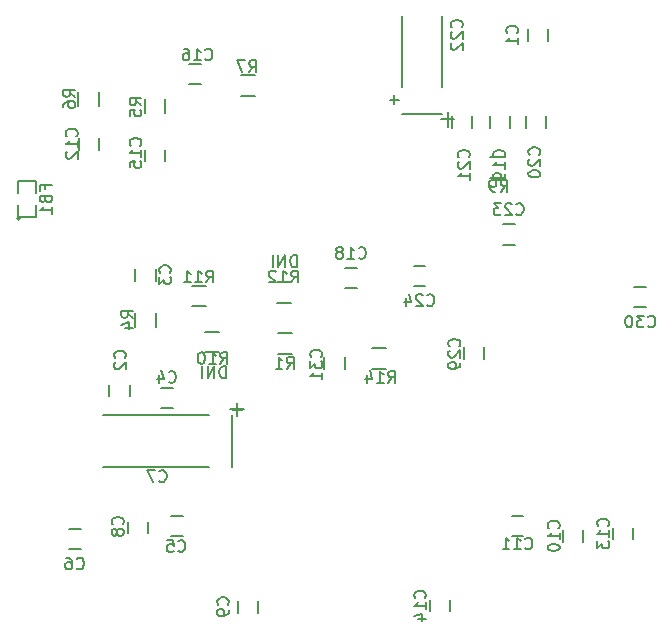
<source format=gbo>
%FSLAX46Y46*%
G04 Gerber Fmt 4.6, Leading zero omitted, Abs format (unit mm)*
G04 Created by KiCad (PCBNEW (2014-10-27 BZR 5228)-product) date 22/03/2015 08:24:04*
%MOMM*%
G01*
G04 APERTURE LIST*
%ADD10C,0.100000*%
%ADD11C,0.150000*%
G04 APERTURE END LIST*
D10*
D11*
X143750000Y-72000000D02*
X143750000Y-71000000D01*
X145450000Y-71000000D02*
X145450000Y-72000000D01*
X147650000Y-61200000D02*
X147650000Y-62200000D01*
X145950000Y-62200000D02*
X145950000Y-61200000D01*
X148100000Y-71250000D02*
X149100000Y-71250000D01*
X149100000Y-72950000D02*
X148100000Y-72950000D01*
X149000000Y-82150000D02*
X150000000Y-82150000D01*
X150000000Y-83850000D02*
X149000000Y-83850000D01*
X141300000Y-84950000D02*
X140300000Y-84950000D01*
X140300000Y-83250000D02*
X141300000Y-83250000D01*
X145350000Y-83600000D02*
X145350000Y-82600000D01*
X147050000Y-82600000D02*
X147050000Y-83600000D01*
X154650000Y-90300000D02*
X154650000Y-89300000D01*
X156350000Y-89300000D02*
X156350000Y-90300000D01*
X182150000Y-84300000D02*
X182150000Y-83300000D01*
X183850000Y-83300000D02*
X183850000Y-84300000D01*
X178800000Y-83850000D02*
X177800000Y-83850000D01*
X177800000Y-82150000D02*
X178800000Y-82150000D01*
X142850000Y-50100000D02*
X142850000Y-51100000D01*
X141150000Y-51100000D02*
X141150000Y-50100000D01*
X186350000Y-84100000D02*
X186350000Y-83100000D01*
X188050000Y-83100000D02*
X188050000Y-84100000D01*
X146750000Y-52100000D02*
X146750000Y-51100000D01*
X148450000Y-51100000D02*
X148450000Y-52100000D01*
X150500000Y-43850000D02*
X151500000Y-43850000D01*
X151500000Y-45550000D02*
X150500000Y-45550000D01*
X163700000Y-61150000D02*
X164700000Y-61150000D01*
X164700000Y-62850000D02*
X163700000Y-62850000D01*
X177650000Y-48300000D02*
X177650000Y-49300000D01*
X175950000Y-49300000D02*
X175950000Y-48300000D01*
X180750000Y-48300000D02*
X180750000Y-49300000D01*
X179050000Y-49300000D02*
X179050000Y-48300000D01*
X174450000Y-48300000D02*
X174450000Y-49300000D01*
X172750000Y-49300000D02*
X172750000Y-48300000D01*
X177046000Y-57443000D02*
X178046000Y-57443000D01*
X178046000Y-59143000D02*
X177046000Y-59143000D01*
X170500000Y-62650000D02*
X169500000Y-62650000D01*
X169500000Y-60950000D02*
X170500000Y-60950000D01*
X175450000Y-67800000D02*
X175450000Y-68800000D01*
X173750000Y-68800000D02*
X173750000Y-67800000D01*
X170850000Y-90200000D02*
X170850000Y-89200000D01*
X172550000Y-89200000D02*
X172550000Y-90200000D01*
X136165000Y-56951000D02*
G75*
G03X136165000Y-56951000I-127000J0D01*
G01*
X136038000Y-55808000D02*
X136038000Y-56824000D01*
X136038000Y-56824000D02*
X137562000Y-56824000D01*
X137562000Y-56824000D02*
X137562000Y-55808000D01*
X137562000Y-54792000D02*
X137562000Y-53776000D01*
X137562000Y-53776000D02*
X136038000Y-53776000D01*
X136038000Y-53776000D02*
X136038000Y-54792000D01*
X147675000Y-66100000D02*
X147675000Y-64900000D01*
X145925000Y-64900000D02*
X145925000Y-66100000D01*
X148475000Y-48000000D02*
X148475000Y-46800000D01*
X146725000Y-46800000D02*
X146725000Y-48000000D01*
X142875000Y-47400000D02*
X142875000Y-46200000D01*
X141125000Y-46200000D02*
X141125000Y-47400000D01*
X154900000Y-46575000D02*
X156100000Y-46575000D01*
X156100000Y-44825000D02*
X154900000Y-44825000D01*
X151800000Y-68275000D02*
X153000000Y-68275000D01*
X153000000Y-66525000D02*
X151800000Y-66525000D01*
X150700000Y-64375000D02*
X151900000Y-64375000D01*
X151900000Y-62625000D02*
X150700000Y-62625000D01*
X157900000Y-64075000D02*
X159100000Y-64075000D01*
X159100000Y-62325000D02*
X157900000Y-62325000D01*
X189200000Y-64450000D02*
X188200000Y-64450000D01*
X188200000Y-62750000D02*
X189200000Y-62750000D01*
X163650000Y-68700000D02*
X163650000Y-69700000D01*
X161950000Y-69700000D02*
X161950000Y-68700000D01*
X159200000Y-66625000D02*
X158000000Y-66625000D01*
X158000000Y-68375000D02*
X159200000Y-68375000D01*
X154103340Y-73600360D02*
X154103340Y-77999640D01*
X152200880Y-77999640D02*
X143199120Y-77999640D01*
X143199120Y-73600360D02*
X152200880Y-73600360D01*
X154558000Y-72597060D02*
X154558000Y-73696880D01*
X155157440Y-73097440D02*
X153958560Y-73097440D01*
X171899260Y-48050180D02*
X168500740Y-48050180D01*
X168500740Y-39800260D02*
X168500740Y-45799740D01*
X171899260Y-39800260D02*
X171899260Y-45799740D01*
X172902560Y-48553100D02*
X171802740Y-48553100D01*
X172402180Y-49152540D02*
X172402180Y-47953660D01*
X176000000Y-53475000D02*
X177200000Y-53475000D01*
X177200000Y-51725000D02*
X176000000Y-51725000D01*
X179150000Y-41900000D02*
X179150000Y-40900000D01*
X180850000Y-40900000D02*
X180850000Y-41900000D01*
X167200000Y-67925000D02*
X166000000Y-67925000D01*
X166000000Y-69675000D02*
X167200000Y-69675000D01*
X145057143Y-68733334D02*
X145104762Y-68685715D01*
X145152381Y-68542858D01*
X145152381Y-68447620D01*
X145104762Y-68304762D01*
X145009524Y-68209524D01*
X144914286Y-68161905D01*
X144723810Y-68114286D01*
X144580952Y-68114286D01*
X144390476Y-68161905D01*
X144295238Y-68209524D01*
X144200000Y-68304762D01*
X144152381Y-68447620D01*
X144152381Y-68542858D01*
X144200000Y-68685715D01*
X144247619Y-68733334D01*
X144247619Y-69114286D02*
X144200000Y-69161905D01*
X144152381Y-69257143D01*
X144152381Y-69495239D01*
X144200000Y-69590477D01*
X144247619Y-69638096D01*
X144342857Y-69685715D01*
X144438095Y-69685715D01*
X144580952Y-69638096D01*
X145152381Y-69066667D01*
X145152381Y-69685715D01*
X148857143Y-61533334D02*
X148904762Y-61485715D01*
X148952381Y-61342858D01*
X148952381Y-61247620D01*
X148904762Y-61104762D01*
X148809524Y-61009524D01*
X148714286Y-60961905D01*
X148523810Y-60914286D01*
X148380952Y-60914286D01*
X148190476Y-60961905D01*
X148095238Y-61009524D01*
X148000000Y-61104762D01*
X147952381Y-61247620D01*
X147952381Y-61342858D01*
X148000000Y-61485715D01*
X148047619Y-61533334D01*
X147952381Y-61866667D02*
X147952381Y-62485715D01*
X148333333Y-62152381D01*
X148333333Y-62295239D01*
X148380952Y-62390477D01*
X148428571Y-62438096D01*
X148523810Y-62485715D01*
X148761905Y-62485715D01*
X148857143Y-62438096D01*
X148904762Y-62390477D01*
X148952381Y-62295239D01*
X148952381Y-62009524D01*
X148904762Y-61914286D01*
X148857143Y-61866667D01*
X148766666Y-70757143D02*
X148814285Y-70804762D01*
X148957142Y-70852381D01*
X149052380Y-70852381D01*
X149195238Y-70804762D01*
X149290476Y-70709524D01*
X149338095Y-70614286D01*
X149385714Y-70423810D01*
X149385714Y-70280952D01*
X149338095Y-70090476D01*
X149290476Y-69995238D01*
X149195238Y-69900000D01*
X149052380Y-69852381D01*
X148957142Y-69852381D01*
X148814285Y-69900000D01*
X148766666Y-69947619D01*
X147909523Y-70185714D02*
X147909523Y-70852381D01*
X148147619Y-69804762D02*
X148385714Y-70519048D01*
X147766666Y-70519048D01*
X149566666Y-85057143D02*
X149614285Y-85104762D01*
X149757142Y-85152381D01*
X149852380Y-85152381D01*
X149995238Y-85104762D01*
X150090476Y-85009524D01*
X150138095Y-84914286D01*
X150185714Y-84723810D01*
X150185714Y-84580952D01*
X150138095Y-84390476D01*
X150090476Y-84295238D01*
X149995238Y-84200000D01*
X149852380Y-84152381D01*
X149757142Y-84152381D01*
X149614285Y-84200000D01*
X149566666Y-84247619D01*
X148661904Y-84152381D02*
X149138095Y-84152381D01*
X149185714Y-84628571D01*
X149138095Y-84580952D01*
X149042857Y-84533333D01*
X148804761Y-84533333D01*
X148709523Y-84580952D01*
X148661904Y-84628571D01*
X148614285Y-84723810D01*
X148614285Y-84961905D01*
X148661904Y-85057143D01*
X148709523Y-85104762D01*
X148804761Y-85152381D01*
X149042857Y-85152381D01*
X149138095Y-85104762D01*
X149185714Y-85057143D01*
X140966666Y-86557143D02*
X141014285Y-86604762D01*
X141157142Y-86652381D01*
X141252380Y-86652381D01*
X141395238Y-86604762D01*
X141490476Y-86509524D01*
X141538095Y-86414286D01*
X141585714Y-86223810D01*
X141585714Y-86080952D01*
X141538095Y-85890476D01*
X141490476Y-85795238D01*
X141395238Y-85700000D01*
X141252380Y-85652381D01*
X141157142Y-85652381D01*
X141014285Y-85700000D01*
X140966666Y-85747619D01*
X140109523Y-85652381D02*
X140300000Y-85652381D01*
X140395238Y-85700000D01*
X140442857Y-85747619D01*
X140538095Y-85890476D01*
X140585714Y-86080952D01*
X140585714Y-86461905D01*
X140538095Y-86557143D01*
X140490476Y-86604762D01*
X140395238Y-86652381D01*
X140204761Y-86652381D01*
X140109523Y-86604762D01*
X140061904Y-86557143D01*
X140014285Y-86461905D01*
X140014285Y-86223810D01*
X140061904Y-86128571D01*
X140109523Y-86080952D01*
X140204761Y-86033333D01*
X140395238Y-86033333D01*
X140490476Y-86080952D01*
X140538095Y-86128571D01*
X140585714Y-86223810D01*
X144857143Y-82833334D02*
X144904762Y-82785715D01*
X144952381Y-82642858D01*
X144952381Y-82547620D01*
X144904762Y-82404762D01*
X144809524Y-82309524D01*
X144714286Y-82261905D01*
X144523810Y-82214286D01*
X144380952Y-82214286D01*
X144190476Y-82261905D01*
X144095238Y-82309524D01*
X144000000Y-82404762D01*
X143952381Y-82547620D01*
X143952381Y-82642858D01*
X144000000Y-82785715D01*
X144047619Y-82833334D01*
X144380952Y-83404762D02*
X144333333Y-83309524D01*
X144285714Y-83261905D01*
X144190476Y-83214286D01*
X144142857Y-83214286D01*
X144047619Y-83261905D01*
X144000000Y-83309524D01*
X143952381Y-83404762D01*
X143952381Y-83595239D01*
X144000000Y-83690477D01*
X144047619Y-83738096D01*
X144142857Y-83785715D01*
X144190476Y-83785715D01*
X144285714Y-83738096D01*
X144333333Y-83690477D01*
X144380952Y-83595239D01*
X144380952Y-83404762D01*
X144428571Y-83309524D01*
X144476190Y-83261905D01*
X144571429Y-83214286D01*
X144761905Y-83214286D01*
X144857143Y-83261905D01*
X144904762Y-83309524D01*
X144952381Y-83404762D01*
X144952381Y-83595239D01*
X144904762Y-83690477D01*
X144857143Y-83738096D01*
X144761905Y-83785715D01*
X144571429Y-83785715D01*
X144476190Y-83738096D01*
X144428571Y-83690477D01*
X144380952Y-83595239D01*
X153757143Y-89633334D02*
X153804762Y-89585715D01*
X153852381Y-89442858D01*
X153852381Y-89347620D01*
X153804762Y-89204762D01*
X153709524Y-89109524D01*
X153614286Y-89061905D01*
X153423810Y-89014286D01*
X153280952Y-89014286D01*
X153090476Y-89061905D01*
X152995238Y-89109524D01*
X152900000Y-89204762D01*
X152852381Y-89347620D01*
X152852381Y-89442858D01*
X152900000Y-89585715D01*
X152947619Y-89633334D01*
X153852381Y-90109524D02*
X153852381Y-90300000D01*
X153804762Y-90395239D01*
X153757143Y-90442858D01*
X153614286Y-90538096D01*
X153423810Y-90585715D01*
X153042857Y-90585715D01*
X152947619Y-90538096D01*
X152900000Y-90490477D01*
X152852381Y-90395239D01*
X152852381Y-90204762D01*
X152900000Y-90109524D01*
X152947619Y-90061905D01*
X153042857Y-90014286D01*
X153280952Y-90014286D01*
X153376190Y-90061905D01*
X153423810Y-90109524D01*
X153471429Y-90204762D01*
X153471429Y-90395239D01*
X153423810Y-90490477D01*
X153376190Y-90538096D01*
X153280952Y-90585715D01*
X181757143Y-83157143D02*
X181804762Y-83109524D01*
X181852381Y-82966667D01*
X181852381Y-82871429D01*
X181804762Y-82728571D01*
X181709524Y-82633333D01*
X181614286Y-82585714D01*
X181423810Y-82538095D01*
X181280952Y-82538095D01*
X181090476Y-82585714D01*
X180995238Y-82633333D01*
X180900000Y-82728571D01*
X180852381Y-82871429D01*
X180852381Y-82966667D01*
X180900000Y-83109524D01*
X180947619Y-83157143D01*
X181852381Y-84109524D02*
X181852381Y-83538095D01*
X181852381Y-83823809D02*
X180852381Y-83823809D01*
X180995238Y-83728571D01*
X181090476Y-83633333D01*
X181138095Y-83538095D01*
X180852381Y-84728571D02*
X180852381Y-84823810D01*
X180900000Y-84919048D01*
X180947619Y-84966667D01*
X181042857Y-85014286D01*
X181233333Y-85061905D01*
X181471429Y-85061905D01*
X181661905Y-85014286D01*
X181757143Y-84966667D01*
X181804762Y-84919048D01*
X181852381Y-84823810D01*
X181852381Y-84728571D01*
X181804762Y-84633333D01*
X181757143Y-84585714D01*
X181661905Y-84538095D01*
X181471429Y-84490476D01*
X181233333Y-84490476D01*
X181042857Y-84538095D01*
X180947619Y-84585714D01*
X180900000Y-84633333D01*
X180852381Y-84728571D01*
X178942857Y-84857143D02*
X178990476Y-84904762D01*
X179133333Y-84952381D01*
X179228571Y-84952381D01*
X179371429Y-84904762D01*
X179466667Y-84809524D01*
X179514286Y-84714286D01*
X179561905Y-84523810D01*
X179561905Y-84380952D01*
X179514286Y-84190476D01*
X179466667Y-84095238D01*
X179371429Y-84000000D01*
X179228571Y-83952381D01*
X179133333Y-83952381D01*
X178990476Y-84000000D01*
X178942857Y-84047619D01*
X177990476Y-84952381D02*
X178561905Y-84952381D01*
X178276191Y-84952381D02*
X178276191Y-83952381D01*
X178371429Y-84095238D01*
X178466667Y-84190476D01*
X178561905Y-84238095D01*
X177038095Y-84952381D02*
X177609524Y-84952381D01*
X177323810Y-84952381D02*
X177323810Y-83952381D01*
X177419048Y-84095238D01*
X177514286Y-84190476D01*
X177609524Y-84238095D01*
X140957143Y-49957143D02*
X141004762Y-49909524D01*
X141052381Y-49766667D01*
X141052381Y-49671429D01*
X141004762Y-49528571D01*
X140909524Y-49433333D01*
X140814286Y-49385714D01*
X140623810Y-49338095D01*
X140480952Y-49338095D01*
X140290476Y-49385714D01*
X140195238Y-49433333D01*
X140100000Y-49528571D01*
X140052381Y-49671429D01*
X140052381Y-49766667D01*
X140100000Y-49909524D01*
X140147619Y-49957143D01*
X141052381Y-50909524D02*
X141052381Y-50338095D01*
X141052381Y-50623809D02*
X140052381Y-50623809D01*
X140195238Y-50528571D01*
X140290476Y-50433333D01*
X140338095Y-50338095D01*
X140147619Y-51290476D02*
X140100000Y-51338095D01*
X140052381Y-51433333D01*
X140052381Y-51671429D01*
X140100000Y-51766667D01*
X140147619Y-51814286D01*
X140242857Y-51861905D01*
X140338095Y-51861905D01*
X140480952Y-51814286D01*
X141052381Y-51242857D01*
X141052381Y-51861905D01*
X185957143Y-82957143D02*
X186004762Y-82909524D01*
X186052381Y-82766667D01*
X186052381Y-82671429D01*
X186004762Y-82528571D01*
X185909524Y-82433333D01*
X185814286Y-82385714D01*
X185623810Y-82338095D01*
X185480952Y-82338095D01*
X185290476Y-82385714D01*
X185195238Y-82433333D01*
X185100000Y-82528571D01*
X185052381Y-82671429D01*
X185052381Y-82766667D01*
X185100000Y-82909524D01*
X185147619Y-82957143D01*
X186052381Y-83909524D02*
X186052381Y-83338095D01*
X186052381Y-83623809D02*
X185052381Y-83623809D01*
X185195238Y-83528571D01*
X185290476Y-83433333D01*
X185338095Y-83338095D01*
X185052381Y-84242857D02*
X185052381Y-84861905D01*
X185433333Y-84528571D01*
X185433333Y-84671429D01*
X185480952Y-84766667D01*
X185528571Y-84814286D01*
X185623810Y-84861905D01*
X185861905Y-84861905D01*
X185957143Y-84814286D01*
X186004762Y-84766667D01*
X186052381Y-84671429D01*
X186052381Y-84385714D01*
X186004762Y-84290476D01*
X185957143Y-84242857D01*
X146357143Y-50757143D02*
X146404762Y-50709524D01*
X146452381Y-50566667D01*
X146452381Y-50471429D01*
X146404762Y-50328571D01*
X146309524Y-50233333D01*
X146214286Y-50185714D01*
X146023810Y-50138095D01*
X145880952Y-50138095D01*
X145690476Y-50185714D01*
X145595238Y-50233333D01*
X145500000Y-50328571D01*
X145452381Y-50471429D01*
X145452381Y-50566667D01*
X145500000Y-50709524D01*
X145547619Y-50757143D01*
X146452381Y-51709524D02*
X146452381Y-51138095D01*
X146452381Y-51423809D02*
X145452381Y-51423809D01*
X145595238Y-51328571D01*
X145690476Y-51233333D01*
X145738095Y-51138095D01*
X145452381Y-52614286D02*
X145452381Y-52138095D01*
X145928571Y-52090476D01*
X145880952Y-52138095D01*
X145833333Y-52233333D01*
X145833333Y-52471429D01*
X145880952Y-52566667D01*
X145928571Y-52614286D01*
X146023810Y-52661905D01*
X146261905Y-52661905D01*
X146357143Y-52614286D01*
X146404762Y-52566667D01*
X146452381Y-52471429D01*
X146452381Y-52233333D01*
X146404762Y-52138095D01*
X146357143Y-52090476D01*
X151842857Y-43457143D02*
X151890476Y-43504762D01*
X152033333Y-43552381D01*
X152128571Y-43552381D01*
X152271429Y-43504762D01*
X152366667Y-43409524D01*
X152414286Y-43314286D01*
X152461905Y-43123810D01*
X152461905Y-42980952D01*
X152414286Y-42790476D01*
X152366667Y-42695238D01*
X152271429Y-42600000D01*
X152128571Y-42552381D01*
X152033333Y-42552381D01*
X151890476Y-42600000D01*
X151842857Y-42647619D01*
X150890476Y-43552381D02*
X151461905Y-43552381D01*
X151176191Y-43552381D02*
X151176191Y-42552381D01*
X151271429Y-42695238D01*
X151366667Y-42790476D01*
X151461905Y-42838095D01*
X150033333Y-42552381D02*
X150223810Y-42552381D01*
X150319048Y-42600000D01*
X150366667Y-42647619D01*
X150461905Y-42790476D01*
X150509524Y-42980952D01*
X150509524Y-43361905D01*
X150461905Y-43457143D01*
X150414286Y-43504762D01*
X150319048Y-43552381D01*
X150128571Y-43552381D01*
X150033333Y-43504762D01*
X149985714Y-43457143D01*
X149938095Y-43361905D01*
X149938095Y-43123810D01*
X149985714Y-43028571D01*
X150033333Y-42980952D01*
X150128571Y-42933333D01*
X150319048Y-42933333D01*
X150414286Y-42980952D01*
X150461905Y-43028571D01*
X150509524Y-43123810D01*
X164842857Y-60257143D02*
X164890476Y-60304762D01*
X165033333Y-60352381D01*
X165128571Y-60352381D01*
X165271429Y-60304762D01*
X165366667Y-60209524D01*
X165414286Y-60114286D01*
X165461905Y-59923810D01*
X165461905Y-59780952D01*
X165414286Y-59590476D01*
X165366667Y-59495238D01*
X165271429Y-59400000D01*
X165128571Y-59352381D01*
X165033333Y-59352381D01*
X164890476Y-59400000D01*
X164842857Y-59447619D01*
X163890476Y-60352381D02*
X164461905Y-60352381D01*
X164176191Y-60352381D02*
X164176191Y-59352381D01*
X164271429Y-59495238D01*
X164366667Y-59590476D01*
X164461905Y-59638095D01*
X163319048Y-59780952D02*
X163414286Y-59733333D01*
X163461905Y-59685714D01*
X163509524Y-59590476D01*
X163509524Y-59542857D01*
X163461905Y-59447619D01*
X163414286Y-59400000D01*
X163319048Y-59352381D01*
X163128571Y-59352381D01*
X163033333Y-59400000D01*
X162985714Y-59447619D01*
X162938095Y-59542857D01*
X162938095Y-59590476D01*
X162985714Y-59685714D01*
X163033333Y-59733333D01*
X163128571Y-59780952D01*
X163319048Y-59780952D01*
X163414286Y-59828571D01*
X163461905Y-59876190D01*
X163509524Y-59971429D01*
X163509524Y-60161905D01*
X163461905Y-60257143D01*
X163414286Y-60304762D01*
X163319048Y-60352381D01*
X163128571Y-60352381D01*
X163033333Y-60304762D01*
X162985714Y-60257143D01*
X162938095Y-60161905D01*
X162938095Y-59971429D01*
X162985714Y-59876190D01*
X163033333Y-59828571D01*
X163128571Y-59780952D01*
X177157143Y-51757143D02*
X177204762Y-51709524D01*
X177252381Y-51566667D01*
X177252381Y-51471429D01*
X177204762Y-51328571D01*
X177109524Y-51233333D01*
X177014286Y-51185714D01*
X176823810Y-51138095D01*
X176680952Y-51138095D01*
X176490476Y-51185714D01*
X176395238Y-51233333D01*
X176300000Y-51328571D01*
X176252381Y-51471429D01*
X176252381Y-51566667D01*
X176300000Y-51709524D01*
X176347619Y-51757143D01*
X177252381Y-52709524D02*
X177252381Y-52138095D01*
X177252381Y-52423809D02*
X176252381Y-52423809D01*
X176395238Y-52328571D01*
X176490476Y-52233333D01*
X176538095Y-52138095D01*
X177252381Y-53185714D02*
X177252381Y-53376190D01*
X177204762Y-53471429D01*
X177157143Y-53519048D01*
X177014286Y-53614286D01*
X176823810Y-53661905D01*
X176442857Y-53661905D01*
X176347619Y-53614286D01*
X176300000Y-53566667D01*
X176252381Y-53471429D01*
X176252381Y-53280952D01*
X176300000Y-53185714D01*
X176347619Y-53138095D01*
X176442857Y-53090476D01*
X176680952Y-53090476D01*
X176776190Y-53138095D01*
X176823810Y-53185714D01*
X176871429Y-53280952D01*
X176871429Y-53471429D01*
X176823810Y-53566667D01*
X176776190Y-53614286D01*
X176680952Y-53661905D01*
X180130243Y-51535943D02*
X180177862Y-51488324D01*
X180225481Y-51345467D01*
X180225481Y-51250229D01*
X180177862Y-51107371D01*
X180082624Y-51012133D01*
X179987386Y-50964514D01*
X179796910Y-50916895D01*
X179654052Y-50916895D01*
X179463576Y-50964514D01*
X179368338Y-51012133D01*
X179273100Y-51107371D01*
X179225481Y-51250229D01*
X179225481Y-51345467D01*
X179273100Y-51488324D01*
X179320719Y-51535943D01*
X179320719Y-51916895D02*
X179273100Y-51964514D01*
X179225481Y-52059752D01*
X179225481Y-52297848D01*
X179273100Y-52393086D01*
X179320719Y-52440705D01*
X179415957Y-52488324D01*
X179511195Y-52488324D01*
X179654052Y-52440705D01*
X180225481Y-51869276D01*
X180225481Y-52488324D01*
X179225481Y-53107371D02*
X179225481Y-53202610D01*
X179273100Y-53297848D01*
X179320719Y-53345467D01*
X179415957Y-53393086D01*
X179606433Y-53440705D01*
X179844529Y-53440705D01*
X180035005Y-53393086D01*
X180130243Y-53345467D01*
X180177862Y-53297848D01*
X180225481Y-53202610D01*
X180225481Y-53107371D01*
X180177862Y-53012133D01*
X180130243Y-52964514D01*
X180035005Y-52916895D01*
X179844529Y-52869276D01*
X179606433Y-52869276D01*
X179415957Y-52916895D01*
X179320719Y-52964514D01*
X179273100Y-53012133D01*
X179225481Y-53107371D01*
X174157143Y-51757143D02*
X174204762Y-51709524D01*
X174252381Y-51566667D01*
X174252381Y-51471429D01*
X174204762Y-51328571D01*
X174109524Y-51233333D01*
X174014286Y-51185714D01*
X173823810Y-51138095D01*
X173680952Y-51138095D01*
X173490476Y-51185714D01*
X173395238Y-51233333D01*
X173300000Y-51328571D01*
X173252381Y-51471429D01*
X173252381Y-51566667D01*
X173300000Y-51709524D01*
X173347619Y-51757143D01*
X173347619Y-52138095D02*
X173300000Y-52185714D01*
X173252381Y-52280952D01*
X173252381Y-52519048D01*
X173300000Y-52614286D01*
X173347619Y-52661905D01*
X173442857Y-52709524D01*
X173538095Y-52709524D01*
X173680952Y-52661905D01*
X174252381Y-52090476D01*
X174252381Y-52709524D01*
X174252381Y-53661905D02*
X174252381Y-53090476D01*
X174252381Y-53376190D02*
X173252381Y-53376190D01*
X173395238Y-53280952D01*
X173490476Y-53185714D01*
X173538095Y-53090476D01*
X178188857Y-56550143D02*
X178236476Y-56597762D01*
X178379333Y-56645381D01*
X178474571Y-56645381D01*
X178617429Y-56597762D01*
X178712667Y-56502524D01*
X178760286Y-56407286D01*
X178807905Y-56216810D01*
X178807905Y-56073952D01*
X178760286Y-55883476D01*
X178712667Y-55788238D01*
X178617429Y-55693000D01*
X178474571Y-55645381D01*
X178379333Y-55645381D01*
X178236476Y-55693000D01*
X178188857Y-55740619D01*
X177807905Y-55740619D02*
X177760286Y-55693000D01*
X177665048Y-55645381D01*
X177426952Y-55645381D01*
X177331714Y-55693000D01*
X177284095Y-55740619D01*
X177236476Y-55835857D01*
X177236476Y-55931095D01*
X177284095Y-56073952D01*
X177855524Y-56645381D01*
X177236476Y-56645381D01*
X176903143Y-55645381D02*
X176284095Y-55645381D01*
X176617429Y-56026333D01*
X176474571Y-56026333D01*
X176379333Y-56073952D01*
X176331714Y-56121571D01*
X176284095Y-56216810D01*
X176284095Y-56454905D01*
X176331714Y-56550143D01*
X176379333Y-56597762D01*
X176474571Y-56645381D01*
X176760286Y-56645381D01*
X176855524Y-56597762D01*
X176903143Y-56550143D01*
X170642857Y-64257143D02*
X170690476Y-64304762D01*
X170833333Y-64352381D01*
X170928571Y-64352381D01*
X171071429Y-64304762D01*
X171166667Y-64209524D01*
X171214286Y-64114286D01*
X171261905Y-63923810D01*
X171261905Y-63780952D01*
X171214286Y-63590476D01*
X171166667Y-63495238D01*
X171071429Y-63400000D01*
X170928571Y-63352381D01*
X170833333Y-63352381D01*
X170690476Y-63400000D01*
X170642857Y-63447619D01*
X170261905Y-63447619D02*
X170214286Y-63400000D01*
X170119048Y-63352381D01*
X169880952Y-63352381D01*
X169785714Y-63400000D01*
X169738095Y-63447619D01*
X169690476Y-63542857D01*
X169690476Y-63638095D01*
X169738095Y-63780952D01*
X170309524Y-64352381D01*
X169690476Y-64352381D01*
X168833333Y-63685714D02*
X168833333Y-64352381D01*
X169071429Y-63304762D02*
X169309524Y-64019048D01*
X168690476Y-64019048D01*
X173357143Y-67757143D02*
X173404762Y-67709524D01*
X173452381Y-67566667D01*
X173452381Y-67471429D01*
X173404762Y-67328571D01*
X173309524Y-67233333D01*
X173214286Y-67185714D01*
X173023810Y-67138095D01*
X172880952Y-67138095D01*
X172690476Y-67185714D01*
X172595238Y-67233333D01*
X172500000Y-67328571D01*
X172452381Y-67471429D01*
X172452381Y-67566667D01*
X172500000Y-67709524D01*
X172547619Y-67757143D01*
X172547619Y-68138095D02*
X172500000Y-68185714D01*
X172452381Y-68280952D01*
X172452381Y-68519048D01*
X172500000Y-68614286D01*
X172547619Y-68661905D01*
X172642857Y-68709524D01*
X172738095Y-68709524D01*
X172880952Y-68661905D01*
X173452381Y-68090476D01*
X173452381Y-68709524D01*
X173452381Y-69185714D02*
X173452381Y-69376190D01*
X173404762Y-69471429D01*
X173357143Y-69519048D01*
X173214286Y-69614286D01*
X173023810Y-69661905D01*
X172642857Y-69661905D01*
X172547619Y-69614286D01*
X172500000Y-69566667D01*
X172452381Y-69471429D01*
X172452381Y-69280952D01*
X172500000Y-69185714D01*
X172547619Y-69138095D01*
X172642857Y-69090476D01*
X172880952Y-69090476D01*
X172976190Y-69138095D01*
X173023810Y-69185714D01*
X173071429Y-69280952D01*
X173071429Y-69471429D01*
X173023810Y-69566667D01*
X172976190Y-69614286D01*
X172880952Y-69661905D01*
X170457143Y-89057143D02*
X170504762Y-89009524D01*
X170552381Y-88866667D01*
X170552381Y-88771429D01*
X170504762Y-88628571D01*
X170409524Y-88533333D01*
X170314286Y-88485714D01*
X170123810Y-88438095D01*
X169980952Y-88438095D01*
X169790476Y-88485714D01*
X169695238Y-88533333D01*
X169600000Y-88628571D01*
X169552381Y-88771429D01*
X169552381Y-88866667D01*
X169600000Y-89009524D01*
X169647619Y-89057143D01*
X170552381Y-90009524D02*
X170552381Y-89438095D01*
X170552381Y-89723809D02*
X169552381Y-89723809D01*
X169695238Y-89628571D01*
X169790476Y-89533333D01*
X169838095Y-89438095D01*
X169885714Y-90866667D02*
X170552381Y-90866667D01*
X169504762Y-90628571D02*
X170219048Y-90390476D01*
X170219048Y-91009524D01*
X138328571Y-54466667D02*
X138328571Y-54133333D01*
X138852381Y-54133333D02*
X137852381Y-54133333D01*
X137852381Y-54609524D01*
X138328571Y-55323810D02*
X138376190Y-55466667D01*
X138423810Y-55514286D01*
X138519048Y-55561905D01*
X138661905Y-55561905D01*
X138757143Y-55514286D01*
X138804762Y-55466667D01*
X138852381Y-55371429D01*
X138852381Y-54990476D01*
X137852381Y-54990476D01*
X137852381Y-55323810D01*
X137900000Y-55419048D01*
X137947619Y-55466667D01*
X138042857Y-55514286D01*
X138138095Y-55514286D01*
X138233333Y-55466667D01*
X138280952Y-55419048D01*
X138328571Y-55323810D01*
X138328571Y-54990476D01*
X138852381Y-56514286D02*
X138852381Y-55942857D01*
X138852381Y-56228571D02*
X137852381Y-56228571D01*
X137995238Y-56133333D01*
X138090476Y-56038095D01*
X138138095Y-55942857D01*
X145752381Y-65333334D02*
X145276190Y-65000000D01*
X145752381Y-64761905D02*
X144752381Y-64761905D01*
X144752381Y-65142858D01*
X144800000Y-65238096D01*
X144847619Y-65285715D01*
X144942857Y-65333334D01*
X145085714Y-65333334D01*
X145180952Y-65285715D01*
X145228571Y-65238096D01*
X145276190Y-65142858D01*
X145276190Y-64761905D01*
X145085714Y-66190477D02*
X145752381Y-66190477D01*
X144704762Y-65952381D02*
X145419048Y-65714286D01*
X145419048Y-66333334D01*
X146452381Y-47333334D02*
X145976190Y-47000000D01*
X146452381Y-46761905D02*
X145452381Y-46761905D01*
X145452381Y-47142858D01*
X145500000Y-47238096D01*
X145547619Y-47285715D01*
X145642857Y-47333334D01*
X145785714Y-47333334D01*
X145880952Y-47285715D01*
X145928571Y-47238096D01*
X145976190Y-47142858D01*
X145976190Y-46761905D01*
X145452381Y-48238096D02*
X145452381Y-47761905D01*
X145928571Y-47714286D01*
X145880952Y-47761905D01*
X145833333Y-47857143D01*
X145833333Y-48095239D01*
X145880952Y-48190477D01*
X145928571Y-48238096D01*
X146023810Y-48285715D01*
X146261905Y-48285715D01*
X146357143Y-48238096D01*
X146404762Y-48190477D01*
X146452381Y-48095239D01*
X146452381Y-47857143D01*
X146404762Y-47761905D01*
X146357143Y-47714286D01*
X140852381Y-46633334D02*
X140376190Y-46300000D01*
X140852381Y-46061905D02*
X139852381Y-46061905D01*
X139852381Y-46442858D01*
X139900000Y-46538096D01*
X139947619Y-46585715D01*
X140042857Y-46633334D01*
X140185714Y-46633334D01*
X140280952Y-46585715D01*
X140328571Y-46538096D01*
X140376190Y-46442858D01*
X140376190Y-46061905D01*
X139852381Y-47490477D02*
X139852381Y-47300000D01*
X139900000Y-47204762D01*
X139947619Y-47157143D01*
X140090476Y-47061905D01*
X140280952Y-47014286D01*
X140661905Y-47014286D01*
X140757143Y-47061905D01*
X140804762Y-47109524D01*
X140852381Y-47204762D01*
X140852381Y-47395239D01*
X140804762Y-47490477D01*
X140757143Y-47538096D01*
X140661905Y-47585715D01*
X140423810Y-47585715D01*
X140328571Y-47538096D01*
X140280952Y-47490477D01*
X140233333Y-47395239D01*
X140233333Y-47204762D01*
X140280952Y-47109524D01*
X140328571Y-47061905D01*
X140423810Y-47014286D01*
X155566666Y-44552381D02*
X155900000Y-44076190D01*
X156138095Y-44552381D02*
X156138095Y-43552381D01*
X155757142Y-43552381D01*
X155661904Y-43600000D01*
X155614285Y-43647619D01*
X155566666Y-43742857D01*
X155566666Y-43885714D01*
X155614285Y-43980952D01*
X155661904Y-44028571D01*
X155757142Y-44076190D01*
X156138095Y-44076190D01*
X155233333Y-43552381D02*
X154566666Y-43552381D01*
X154995238Y-44552381D01*
X153142857Y-69252381D02*
X153476191Y-68776190D01*
X153714286Y-69252381D02*
X153714286Y-68252381D01*
X153333333Y-68252381D01*
X153238095Y-68300000D01*
X153190476Y-68347619D01*
X153142857Y-68442857D01*
X153142857Y-68585714D01*
X153190476Y-68680952D01*
X153238095Y-68728571D01*
X153333333Y-68776190D01*
X153714286Y-68776190D01*
X152190476Y-69252381D02*
X152761905Y-69252381D01*
X152476191Y-69252381D02*
X152476191Y-68252381D01*
X152571429Y-68395238D01*
X152666667Y-68490476D01*
X152761905Y-68538095D01*
X151571429Y-68252381D02*
X151476190Y-68252381D01*
X151380952Y-68300000D01*
X151333333Y-68347619D01*
X151285714Y-68442857D01*
X151238095Y-68633333D01*
X151238095Y-68871429D01*
X151285714Y-69061905D01*
X151333333Y-69157143D01*
X151380952Y-69204762D01*
X151476190Y-69252381D01*
X151571429Y-69252381D01*
X151666667Y-69204762D01*
X151714286Y-69157143D01*
X151761905Y-69061905D01*
X151809524Y-68871429D01*
X151809524Y-68633333D01*
X151761905Y-68442857D01*
X151714286Y-68347619D01*
X151666667Y-68300000D01*
X151571429Y-68252381D01*
X153623809Y-70452381D02*
X153623809Y-69452381D01*
X153385714Y-69452381D01*
X153242856Y-69500000D01*
X153147618Y-69595238D01*
X153099999Y-69690476D01*
X153052380Y-69880952D01*
X153052380Y-70023810D01*
X153099999Y-70214286D01*
X153147618Y-70309524D01*
X153242856Y-70404762D01*
X153385714Y-70452381D01*
X153623809Y-70452381D01*
X152623809Y-70452381D02*
X152623809Y-69452381D01*
X152052380Y-70452381D01*
X152052380Y-69452381D01*
X151576190Y-70452381D02*
X151576190Y-69452381D01*
X151942857Y-62352381D02*
X152276191Y-61876190D01*
X152514286Y-62352381D02*
X152514286Y-61352381D01*
X152133333Y-61352381D01*
X152038095Y-61400000D01*
X151990476Y-61447619D01*
X151942857Y-61542857D01*
X151942857Y-61685714D01*
X151990476Y-61780952D01*
X152038095Y-61828571D01*
X152133333Y-61876190D01*
X152514286Y-61876190D01*
X150990476Y-62352381D02*
X151561905Y-62352381D01*
X151276191Y-62352381D02*
X151276191Y-61352381D01*
X151371429Y-61495238D01*
X151466667Y-61590476D01*
X151561905Y-61638095D01*
X150038095Y-62352381D02*
X150609524Y-62352381D01*
X150323810Y-62352381D02*
X150323810Y-61352381D01*
X150419048Y-61495238D01*
X150514286Y-61590476D01*
X150609524Y-61638095D01*
X159142857Y-62352381D02*
X159476191Y-61876190D01*
X159714286Y-62352381D02*
X159714286Y-61352381D01*
X159333333Y-61352381D01*
X159238095Y-61400000D01*
X159190476Y-61447619D01*
X159142857Y-61542857D01*
X159142857Y-61685714D01*
X159190476Y-61780952D01*
X159238095Y-61828571D01*
X159333333Y-61876190D01*
X159714286Y-61876190D01*
X158190476Y-62352381D02*
X158761905Y-62352381D01*
X158476191Y-62352381D02*
X158476191Y-61352381D01*
X158571429Y-61495238D01*
X158666667Y-61590476D01*
X158761905Y-61638095D01*
X157809524Y-61447619D02*
X157761905Y-61400000D01*
X157666667Y-61352381D01*
X157428571Y-61352381D01*
X157333333Y-61400000D01*
X157285714Y-61447619D01*
X157238095Y-61542857D01*
X157238095Y-61638095D01*
X157285714Y-61780952D01*
X157857143Y-62352381D01*
X157238095Y-62352381D01*
X159623809Y-61052381D02*
X159623809Y-60052381D01*
X159385714Y-60052381D01*
X159242856Y-60100000D01*
X159147618Y-60195238D01*
X159099999Y-60290476D01*
X159052380Y-60480952D01*
X159052380Y-60623810D01*
X159099999Y-60814286D01*
X159147618Y-60909524D01*
X159242856Y-61004762D01*
X159385714Y-61052381D01*
X159623809Y-61052381D01*
X158623809Y-61052381D02*
X158623809Y-60052381D01*
X158052380Y-61052381D01*
X158052380Y-60052381D01*
X157576190Y-61052381D02*
X157576190Y-60052381D01*
X189342857Y-66057143D02*
X189390476Y-66104762D01*
X189533333Y-66152381D01*
X189628571Y-66152381D01*
X189771429Y-66104762D01*
X189866667Y-66009524D01*
X189914286Y-65914286D01*
X189961905Y-65723810D01*
X189961905Y-65580952D01*
X189914286Y-65390476D01*
X189866667Y-65295238D01*
X189771429Y-65200000D01*
X189628571Y-65152381D01*
X189533333Y-65152381D01*
X189390476Y-65200000D01*
X189342857Y-65247619D01*
X189009524Y-65152381D02*
X188390476Y-65152381D01*
X188723810Y-65533333D01*
X188580952Y-65533333D01*
X188485714Y-65580952D01*
X188438095Y-65628571D01*
X188390476Y-65723810D01*
X188390476Y-65961905D01*
X188438095Y-66057143D01*
X188485714Y-66104762D01*
X188580952Y-66152381D01*
X188866667Y-66152381D01*
X188961905Y-66104762D01*
X189009524Y-66057143D01*
X187771429Y-65152381D02*
X187676190Y-65152381D01*
X187580952Y-65200000D01*
X187533333Y-65247619D01*
X187485714Y-65342857D01*
X187438095Y-65533333D01*
X187438095Y-65771429D01*
X187485714Y-65961905D01*
X187533333Y-66057143D01*
X187580952Y-66104762D01*
X187676190Y-66152381D01*
X187771429Y-66152381D01*
X187866667Y-66104762D01*
X187914286Y-66057143D01*
X187961905Y-65961905D01*
X188009524Y-65771429D01*
X188009524Y-65533333D01*
X187961905Y-65342857D01*
X187914286Y-65247619D01*
X187866667Y-65200000D01*
X187771429Y-65152381D01*
X161657143Y-68657143D02*
X161704762Y-68609524D01*
X161752381Y-68466667D01*
X161752381Y-68371429D01*
X161704762Y-68228571D01*
X161609524Y-68133333D01*
X161514286Y-68085714D01*
X161323810Y-68038095D01*
X161180952Y-68038095D01*
X160990476Y-68085714D01*
X160895238Y-68133333D01*
X160800000Y-68228571D01*
X160752381Y-68371429D01*
X160752381Y-68466667D01*
X160800000Y-68609524D01*
X160847619Y-68657143D01*
X160752381Y-68990476D02*
X160752381Y-69609524D01*
X161133333Y-69276190D01*
X161133333Y-69419048D01*
X161180952Y-69514286D01*
X161228571Y-69561905D01*
X161323810Y-69609524D01*
X161561905Y-69609524D01*
X161657143Y-69561905D01*
X161704762Y-69514286D01*
X161752381Y-69419048D01*
X161752381Y-69133333D01*
X161704762Y-69038095D01*
X161657143Y-68990476D01*
X161752381Y-70561905D02*
X161752381Y-69990476D01*
X161752381Y-70276190D02*
X160752381Y-70276190D01*
X160895238Y-70180952D01*
X160990476Y-70085714D01*
X161038095Y-69990476D01*
X158766666Y-69652381D02*
X159100000Y-69176190D01*
X159338095Y-69652381D02*
X159338095Y-68652381D01*
X158957142Y-68652381D01*
X158861904Y-68700000D01*
X158814285Y-68747619D01*
X158766666Y-68842857D01*
X158766666Y-68985714D01*
X158814285Y-69080952D01*
X158861904Y-69128571D01*
X158957142Y-69176190D01*
X159338095Y-69176190D01*
X157814285Y-69652381D02*
X158385714Y-69652381D01*
X158100000Y-69652381D02*
X158100000Y-68652381D01*
X158195238Y-68795238D01*
X158290476Y-68890476D01*
X158385714Y-68938095D01*
X147966666Y-79157143D02*
X148014285Y-79204762D01*
X148157142Y-79252381D01*
X148252380Y-79252381D01*
X148395238Y-79204762D01*
X148490476Y-79109524D01*
X148538095Y-79014286D01*
X148585714Y-78823810D01*
X148585714Y-78680952D01*
X148538095Y-78490476D01*
X148490476Y-78395238D01*
X148395238Y-78300000D01*
X148252380Y-78252381D01*
X148157142Y-78252381D01*
X148014285Y-78300000D01*
X147966666Y-78347619D01*
X147633333Y-78252381D02*
X146966666Y-78252381D01*
X147395238Y-79252381D01*
X154936412Y-73171409D02*
X154174507Y-73171409D01*
X154555459Y-73552361D02*
X154555459Y-72790456D01*
X173557143Y-40757143D02*
X173604762Y-40709524D01*
X173652381Y-40566667D01*
X173652381Y-40471429D01*
X173604762Y-40328571D01*
X173509524Y-40233333D01*
X173414286Y-40185714D01*
X173223810Y-40138095D01*
X173080952Y-40138095D01*
X172890476Y-40185714D01*
X172795238Y-40233333D01*
X172700000Y-40328571D01*
X172652381Y-40471429D01*
X172652381Y-40566667D01*
X172700000Y-40709524D01*
X172747619Y-40757143D01*
X172747619Y-41138095D02*
X172700000Y-41185714D01*
X172652381Y-41280952D01*
X172652381Y-41519048D01*
X172700000Y-41614286D01*
X172747619Y-41661905D01*
X172842857Y-41709524D01*
X172938095Y-41709524D01*
X173080952Y-41661905D01*
X173652381Y-41090476D01*
X173652381Y-41709524D01*
X172747619Y-42090476D02*
X172700000Y-42138095D01*
X172652381Y-42233333D01*
X172652381Y-42471429D01*
X172700000Y-42566667D01*
X172747619Y-42614286D01*
X172842857Y-42661905D01*
X172938095Y-42661905D01*
X173080952Y-42614286D01*
X173652381Y-42042857D01*
X173652381Y-42661905D01*
X167871429Y-46519048D02*
X167871429Y-47280953D01*
X168252381Y-46900001D02*
X167490476Y-46900001D01*
X176866666Y-54652381D02*
X177200000Y-54176190D01*
X177438095Y-54652381D02*
X177438095Y-53652381D01*
X177057142Y-53652381D01*
X176961904Y-53700000D01*
X176914285Y-53747619D01*
X176866666Y-53842857D01*
X176866666Y-53985714D01*
X176914285Y-54080952D01*
X176961904Y-54128571D01*
X177057142Y-54176190D01*
X177438095Y-54176190D01*
X176390476Y-54652381D02*
X176200000Y-54652381D01*
X176104761Y-54604762D01*
X176057142Y-54557143D01*
X175961904Y-54414286D01*
X175914285Y-54223810D01*
X175914285Y-53842857D01*
X175961904Y-53747619D01*
X176009523Y-53700000D01*
X176104761Y-53652381D01*
X176295238Y-53652381D01*
X176390476Y-53700000D01*
X176438095Y-53747619D01*
X176485714Y-53842857D01*
X176485714Y-54080952D01*
X176438095Y-54176190D01*
X176390476Y-54223810D01*
X176295238Y-54271429D01*
X176104761Y-54271429D01*
X176009523Y-54223810D01*
X175961904Y-54176190D01*
X175914285Y-54080952D01*
X178257143Y-41233334D02*
X178304762Y-41185715D01*
X178352381Y-41042858D01*
X178352381Y-40947620D01*
X178304762Y-40804762D01*
X178209524Y-40709524D01*
X178114286Y-40661905D01*
X177923810Y-40614286D01*
X177780952Y-40614286D01*
X177590476Y-40661905D01*
X177495238Y-40709524D01*
X177400000Y-40804762D01*
X177352381Y-40947620D01*
X177352381Y-41042858D01*
X177400000Y-41185715D01*
X177447619Y-41233334D01*
X178352381Y-42185715D02*
X178352381Y-41614286D01*
X178352381Y-41900000D02*
X177352381Y-41900000D01*
X177495238Y-41804762D01*
X177590476Y-41709524D01*
X177638095Y-41614286D01*
X167342857Y-70852381D02*
X167676191Y-70376190D01*
X167914286Y-70852381D02*
X167914286Y-69852381D01*
X167533333Y-69852381D01*
X167438095Y-69900000D01*
X167390476Y-69947619D01*
X167342857Y-70042857D01*
X167342857Y-70185714D01*
X167390476Y-70280952D01*
X167438095Y-70328571D01*
X167533333Y-70376190D01*
X167914286Y-70376190D01*
X166390476Y-70852381D02*
X166961905Y-70852381D01*
X166676191Y-70852381D02*
X166676191Y-69852381D01*
X166771429Y-69995238D01*
X166866667Y-70090476D01*
X166961905Y-70138095D01*
X165533333Y-70185714D02*
X165533333Y-70852381D01*
X165771429Y-69804762D02*
X166009524Y-70519048D01*
X165390476Y-70519048D01*
M02*

</source>
